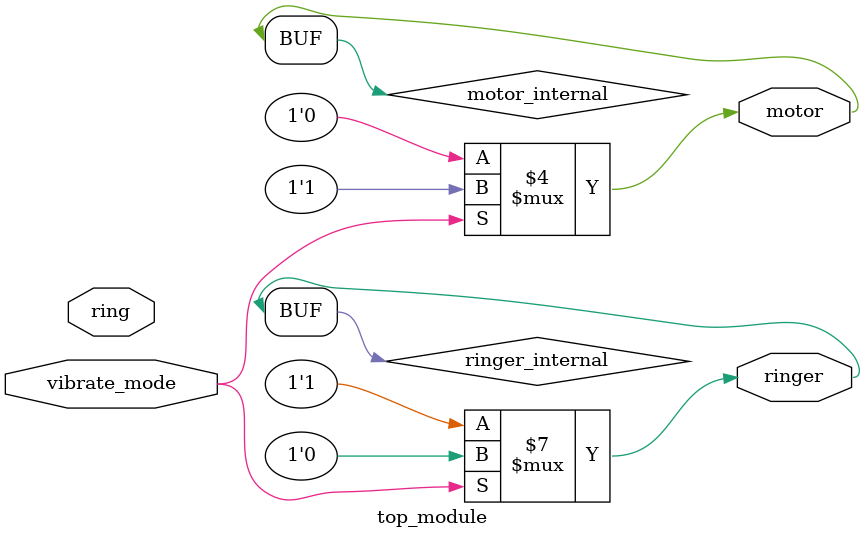
<source format=sv>
module top_module(
	input ring,
	input vibrate_mode,
	output ringer,
	output motor
);

// Declare internal signals
reg ringer_internal;
reg motor_internal;

// Logic for controlling ringer and motor
always @(*) begin
    if (vibrate_mode == 1) begin
        ringer_internal = 0;
        motor_internal = 1;
    end
    else begin
        ringer_internal = 1;
        motor_internal = 0;
    end
end

// Assign internal signals to outputs
assign ringer = ringer_internal;
assign motor = motor_internal;

endmodule

</source>
